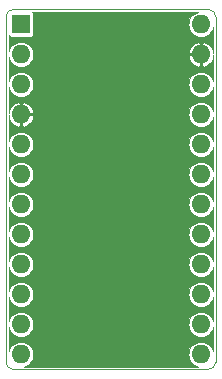
<source format=gbr>
%TF.GenerationSoftware,KiCad,Pcbnew,5.1.6+dfsg1-1~bpo10+1*%
%TF.CreationDate,2020-07-11T10:35:13+00:00*%
%TF.ProjectId,ProMicro_TEST,50726f4d-6963-4726-9f5f-544553542e6b,v1.0*%
%TF.SameCoordinates,Original*%
%TF.FileFunction,Copper,L2,Bot*%
%TF.FilePolarity,Positive*%
%FSLAX45Y45*%
G04 Gerber Fmt 4.5, Leading zero omitted, Abs format (unit mm)*
G04 Created by KiCad (PCBNEW 5.1.6+dfsg1-1~bpo10+1) date 2020-07-11 10:35:13*
%MOMM*%
%LPD*%
G01*
G04 APERTURE LIST*
%TA.AperFunction,Profile*%
%ADD10C,0.100000*%
%TD*%
%TA.AperFunction,ComponentPad*%
%ADD11O,1.600000X1.600000*%
%TD*%
%TA.AperFunction,ComponentPad*%
%ADD12R,1.600000X1.600000*%
%TD*%
%TA.AperFunction,Conductor*%
%ADD13C,0.125000*%
%TD*%
G04 APERTURE END LIST*
D10*
X127000Y2857500D02*
X127000Y-63500D01*
X-1651000Y-63500D02*
X-1651000Y2857500D01*
X-1587500Y-127000D02*
G75*
G02*
X-1651000Y-63500I0J63500D01*
G01*
X127000Y-63500D02*
G75*
G02*
X63500Y-127000I-63500J0D01*
G01*
X63500Y2921000D02*
G75*
G02*
X127000Y2857500I0J-63500D01*
G01*
X-1651000Y2857500D02*
G75*
G02*
X-1587500Y2921000I63500J0D01*
G01*
X63500Y-127000D02*
X-1587500Y-127000D01*
X-1587500Y2921000D02*
X63500Y2921000D01*
D11*
X0Y2794000D03*
X0Y2540000D03*
X0Y2286000D03*
X-1524000Y0D03*
X0Y2032000D03*
X-1524000Y254000D03*
X0Y1778000D03*
X-1524000Y508000D03*
X0Y1524000D03*
X-1524000Y762000D03*
X0Y1270000D03*
X-1524000Y1016000D03*
X0Y1016000D03*
X-1524000Y1270000D03*
X0Y762000D03*
X-1524000Y1524000D03*
X0Y508000D03*
X-1524000Y1778000D03*
X0Y254000D03*
X-1524000Y2032000D03*
X0Y0D03*
X-1524000Y2286000D03*
X-1524000Y2540000D03*
D12*
X-1524000Y2794000D03*
D13*
G36*
X-40857Y2892637D02*
G01*
X-59315Y2882771D01*
X-75494Y2869493D01*
X-88771Y2853315D01*
X-98637Y2834857D01*
X-104713Y2814829D01*
X-106764Y2794000D01*
X-104713Y2773171D01*
X-98637Y2753143D01*
X-88771Y2734685D01*
X-75494Y2718507D01*
X-59315Y2705229D01*
X-40857Y2695363D01*
X-20829Y2689287D01*
X-5219Y2687750D01*
X5219Y2687750D01*
X20829Y2689287D01*
X40857Y2695363D01*
X59315Y2705229D01*
X75494Y2718507D01*
X88771Y2734685D01*
X98637Y2753143D01*
X103250Y2768350D01*
X103250Y2548750D01*
X99303Y2548750D01*
X103217Y2565207D01*
X99826Y2576385D01*
X90810Y2595161D01*
X78303Y2611818D01*
X62788Y2625714D01*
X44859Y2636316D01*
X25207Y2643217D01*
X8750Y2639327D01*
X8750Y2548750D01*
X10750Y2548750D01*
X10750Y2531250D01*
X8750Y2531250D01*
X8750Y2440673D01*
X25207Y2436783D01*
X44859Y2443684D01*
X62788Y2454286D01*
X78303Y2468182D01*
X90810Y2484839D01*
X99826Y2503615D01*
X103217Y2514793D01*
X99303Y2531250D01*
X103250Y2531250D01*
X103250Y2311650D01*
X98637Y2326857D01*
X88771Y2345315D01*
X75494Y2361494D01*
X59315Y2374771D01*
X40857Y2384637D01*
X20829Y2390713D01*
X5219Y2392250D01*
X-5219Y2392250D01*
X-20829Y2390713D01*
X-40857Y2384637D01*
X-59315Y2374771D01*
X-75494Y2361494D01*
X-88771Y2345315D01*
X-98637Y2326857D01*
X-104713Y2306829D01*
X-106764Y2286000D01*
X-104713Y2265171D01*
X-98637Y2245143D01*
X-88771Y2226685D01*
X-75494Y2210507D01*
X-59315Y2197229D01*
X-40857Y2187363D01*
X-20829Y2181287D01*
X-5219Y2179750D01*
X5219Y2179750D01*
X20829Y2181287D01*
X40857Y2187363D01*
X59315Y2197229D01*
X75494Y2210507D01*
X88771Y2226685D01*
X98637Y2245143D01*
X103250Y2260350D01*
X103250Y2057650D01*
X98637Y2072857D01*
X88771Y2091315D01*
X75494Y2107494D01*
X59315Y2120771D01*
X40857Y2130637D01*
X20829Y2136713D01*
X5219Y2138250D01*
X-5219Y2138250D01*
X-20829Y2136713D01*
X-40857Y2130637D01*
X-59315Y2120771D01*
X-75494Y2107494D01*
X-88771Y2091315D01*
X-98637Y2072857D01*
X-104713Y2052829D01*
X-106764Y2032000D01*
X-104713Y2011171D01*
X-98637Y1991143D01*
X-88771Y1972685D01*
X-75494Y1956506D01*
X-59315Y1943229D01*
X-40857Y1933363D01*
X-20829Y1927287D01*
X-5219Y1925750D01*
X5219Y1925750D01*
X20829Y1927287D01*
X40857Y1933363D01*
X59315Y1943229D01*
X75494Y1956506D01*
X88771Y1972685D01*
X98637Y1991143D01*
X103250Y2006350D01*
X103250Y1803650D01*
X98637Y1818857D01*
X88771Y1837315D01*
X75494Y1853493D01*
X59315Y1866771D01*
X40857Y1876637D01*
X20829Y1882713D01*
X5219Y1884250D01*
X-5219Y1884250D01*
X-20829Y1882713D01*
X-40857Y1876637D01*
X-59315Y1866771D01*
X-75494Y1853493D01*
X-88771Y1837315D01*
X-98637Y1818857D01*
X-104713Y1798829D01*
X-106764Y1778000D01*
X-104713Y1757171D01*
X-98637Y1737143D01*
X-88771Y1718685D01*
X-75494Y1702506D01*
X-59315Y1689229D01*
X-40857Y1679363D01*
X-20829Y1673287D01*
X-5219Y1671750D01*
X5219Y1671750D01*
X20829Y1673287D01*
X40857Y1679363D01*
X59315Y1689229D01*
X75494Y1702506D01*
X88771Y1718685D01*
X98637Y1737143D01*
X103250Y1752350D01*
X103250Y1549650D01*
X98637Y1564857D01*
X88771Y1583315D01*
X75494Y1599493D01*
X59315Y1612771D01*
X40857Y1622637D01*
X20829Y1628713D01*
X5219Y1630250D01*
X-5219Y1630250D01*
X-20829Y1628713D01*
X-40857Y1622637D01*
X-59315Y1612771D01*
X-75494Y1599493D01*
X-88771Y1583315D01*
X-98637Y1564857D01*
X-104713Y1544829D01*
X-106764Y1524000D01*
X-104713Y1503171D01*
X-98637Y1483143D01*
X-88771Y1464685D01*
X-75494Y1448506D01*
X-59315Y1435229D01*
X-40857Y1425363D01*
X-20829Y1419287D01*
X-5219Y1417750D01*
X5219Y1417750D01*
X20829Y1419287D01*
X40857Y1425363D01*
X59315Y1435229D01*
X75494Y1448506D01*
X88771Y1464685D01*
X98637Y1483143D01*
X103250Y1498350D01*
X103250Y1295650D01*
X98637Y1310857D01*
X88771Y1329315D01*
X75494Y1345494D01*
X59315Y1358771D01*
X40857Y1368637D01*
X20829Y1374713D01*
X5219Y1376250D01*
X-5219Y1376250D01*
X-20829Y1374713D01*
X-40857Y1368637D01*
X-59315Y1358771D01*
X-75494Y1345494D01*
X-88771Y1329315D01*
X-98637Y1310857D01*
X-104713Y1290829D01*
X-106764Y1270000D01*
X-104713Y1249171D01*
X-98637Y1229143D01*
X-88771Y1210685D01*
X-75494Y1194507D01*
X-59315Y1181229D01*
X-40857Y1171363D01*
X-20829Y1165287D01*
X-5219Y1163750D01*
X5219Y1163750D01*
X20829Y1165287D01*
X40857Y1171363D01*
X59315Y1181229D01*
X75494Y1194507D01*
X88771Y1210685D01*
X98637Y1229143D01*
X103250Y1244350D01*
X103250Y1041650D01*
X98637Y1056857D01*
X88771Y1075315D01*
X75494Y1091494D01*
X59315Y1104771D01*
X40857Y1114637D01*
X20829Y1120713D01*
X5219Y1122250D01*
X-5219Y1122250D01*
X-20829Y1120713D01*
X-40857Y1114637D01*
X-59315Y1104771D01*
X-75494Y1091494D01*
X-88771Y1075315D01*
X-98637Y1056857D01*
X-104713Y1036829D01*
X-106764Y1016000D01*
X-104713Y995171D01*
X-98637Y975143D01*
X-88771Y956685D01*
X-75494Y940506D01*
X-59315Y927229D01*
X-40857Y917363D01*
X-20829Y911287D01*
X-5219Y909750D01*
X5219Y909750D01*
X20829Y911287D01*
X40857Y917363D01*
X59315Y927229D01*
X75494Y940506D01*
X88771Y956685D01*
X98637Y975143D01*
X103250Y990350D01*
X103250Y787650D01*
X98637Y802857D01*
X88771Y821315D01*
X75494Y837493D01*
X59315Y850771D01*
X40857Y860637D01*
X20829Y866713D01*
X5219Y868250D01*
X-5219Y868250D01*
X-20829Y866713D01*
X-40857Y860637D01*
X-59315Y850771D01*
X-75494Y837493D01*
X-88771Y821315D01*
X-98637Y802857D01*
X-104713Y782829D01*
X-106764Y762000D01*
X-104713Y741171D01*
X-98637Y721143D01*
X-88771Y702685D01*
X-75494Y686507D01*
X-59315Y673229D01*
X-40857Y663363D01*
X-20829Y657287D01*
X-5219Y655750D01*
X5219Y655750D01*
X20829Y657287D01*
X40857Y663363D01*
X59315Y673229D01*
X75494Y686507D01*
X88771Y702685D01*
X98637Y721143D01*
X103250Y736350D01*
X103250Y533650D01*
X98637Y548857D01*
X88771Y567315D01*
X75494Y583494D01*
X59315Y596771D01*
X40857Y606637D01*
X20829Y612713D01*
X5219Y614250D01*
X-5219Y614250D01*
X-20829Y612713D01*
X-40857Y606637D01*
X-59315Y596771D01*
X-75494Y583494D01*
X-88771Y567315D01*
X-98637Y548857D01*
X-104713Y528829D01*
X-106764Y508000D01*
X-104713Y487171D01*
X-98637Y467143D01*
X-88771Y448685D01*
X-75494Y432506D01*
X-59315Y419229D01*
X-40857Y409363D01*
X-20829Y403287D01*
X-5219Y401750D01*
X5219Y401750D01*
X20829Y403287D01*
X40857Y409363D01*
X59315Y419229D01*
X75494Y432506D01*
X88771Y448685D01*
X98637Y467143D01*
X103250Y482350D01*
X103250Y279650D01*
X98637Y294857D01*
X88771Y313315D01*
X75494Y329494D01*
X59315Y342771D01*
X40857Y352637D01*
X20829Y358713D01*
X5219Y360250D01*
X-5219Y360250D01*
X-20829Y358713D01*
X-40857Y352637D01*
X-59315Y342771D01*
X-75494Y329494D01*
X-88771Y313315D01*
X-98637Y294857D01*
X-104713Y274829D01*
X-106764Y254000D01*
X-104713Y233171D01*
X-98637Y213143D01*
X-88771Y194685D01*
X-75494Y178506D01*
X-59315Y165229D01*
X-40857Y155363D01*
X-20829Y149287D01*
X-5219Y147750D01*
X5219Y147750D01*
X20829Y149287D01*
X40857Y155363D01*
X59315Y165229D01*
X75494Y178506D01*
X88771Y194685D01*
X98637Y213143D01*
X103250Y228350D01*
X103250Y25650D01*
X98637Y40857D01*
X88771Y59315D01*
X75494Y75494D01*
X59315Y88771D01*
X40857Y98637D01*
X20829Y104713D01*
X5219Y106250D01*
X-5219Y106250D01*
X-20829Y104713D01*
X-40857Y98637D01*
X-59315Y88771D01*
X-75494Y75494D01*
X-88771Y59315D01*
X-98637Y40857D01*
X-104713Y20829D01*
X-106764Y0D01*
X-104713Y-20829D01*
X-98637Y-40857D01*
X-88771Y-59315D01*
X-75494Y-75494D01*
X-59315Y-88771D01*
X-40857Y-98637D01*
X-25650Y-103250D01*
X-1498350Y-103250D01*
X-1483143Y-98637D01*
X-1464685Y-88771D01*
X-1448506Y-75494D01*
X-1435229Y-59315D01*
X-1425363Y-40857D01*
X-1419287Y-20829D01*
X-1417236Y0D01*
X-1419287Y20829D01*
X-1425363Y40857D01*
X-1435229Y59315D01*
X-1448506Y75494D01*
X-1464685Y88771D01*
X-1483143Y98637D01*
X-1503171Y104713D01*
X-1518781Y106250D01*
X-1529219Y106250D01*
X-1544829Y104713D01*
X-1564857Y98637D01*
X-1583315Y88771D01*
X-1599493Y75494D01*
X-1612771Y59315D01*
X-1622637Y40857D01*
X-1627250Y25650D01*
X-1627250Y228350D01*
X-1622637Y213143D01*
X-1612771Y194685D01*
X-1599493Y178506D01*
X-1583315Y165229D01*
X-1564857Y155363D01*
X-1544829Y149287D01*
X-1529219Y147750D01*
X-1518781Y147750D01*
X-1503171Y149287D01*
X-1483143Y155363D01*
X-1464685Y165229D01*
X-1448506Y178506D01*
X-1435229Y194685D01*
X-1425363Y213143D01*
X-1419287Y233171D01*
X-1417236Y254000D01*
X-1419287Y274829D01*
X-1425363Y294857D01*
X-1435229Y313315D01*
X-1448506Y329494D01*
X-1464685Y342771D01*
X-1483143Y352637D01*
X-1503171Y358713D01*
X-1518781Y360250D01*
X-1529219Y360250D01*
X-1544829Y358713D01*
X-1564857Y352637D01*
X-1583315Y342771D01*
X-1599493Y329494D01*
X-1612771Y313315D01*
X-1622637Y294857D01*
X-1627250Y279650D01*
X-1627250Y482350D01*
X-1622637Y467143D01*
X-1612771Y448685D01*
X-1599493Y432506D01*
X-1583315Y419229D01*
X-1564857Y409363D01*
X-1544829Y403287D01*
X-1529219Y401750D01*
X-1518781Y401750D01*
X-1503171Y403287D01*
X-1483143Y409363D01*
X-1464685Y419229D01*
X-1448506Y432506D01*
X-1435229Y448685D01*
X-1425363Y467143D01*
X-1419287Y487171D01*
X-1417236Y508000D01*
X-1419287Y528829D01*
X-1425363Y548857D01*
X-1435229Y567315D01*
X-1448506Y583494D01*
X-1464685Y596771D01*
X-1483143Y606637D01*
X-1503171Y612713D01*
X-1518781Y614250D01*
X-1529219Y614250D01*
X-1544829Y612713D01*
X-1564857Y606637D01*
X-1583315Y596771D01*
X-1599493Y583494D01*
X-1612771Y567315D01*
X-1622637Y548857D01*
X-1627250Y533650D01*
X-1627250Y736350D01*
X-1622637Y721143D01*
X-1612771Y702685D01*
X-1599493Y686507D01*
X-1583315Y673229D01*
X-1564857Y663363D01*
X-1544829Y657287D01*
X-1529219Y655750D01*
X-1518781Y655750D01*
X-1503171Y657287D01*
X-1483143Y663363D01*
X-1464685Y673229D01*
X-1448506Y686507D01*
X-1435229Y702685D01*
X-1425363Y721143D01*
X-1419287Y741171D01*
X-1417236Y762000D01*
X-1419287Y782829D01*
X-1425363Y802857D01*
X-1435229Y821315D01*
X-1448506Y837493D01*
X-1464685Y850771D01*
X-1483143Y860637D01*
X-1503171Y866713D01*
X-1518781Y868250D01*
X-1529219Y868250D01*
X-1544829Y866713D01*
X-1564857Y860637D01*
X-1583315Y850771D01*
X-1599493Y837493D01*
X-1612771Y821315D01*
X-1622637Y802857D01*
X-1627250Y787650D01*
X-1627250Y990350D01*
X-1622637Y975143D01*
X-1612771Y956685D01*
X-1599493Y940506D01*
X-1583315Y927229D01*
X-1564857Y917363D01*
X-1544829Y911287D01*
X-1529219Y909750D01*
X-1518781Y909750D01*
X-1503171Y911287D01*
X-1483143Y917363D01*
X-1464685Y927229D01*
X-1448506Y940506D01*
X-1435229Y956685D01*
X-1425363Y975143D01*
X-1419287Y995171D01*
X-1417236Y1016000D01*
X-1419287Y1036829D01*
X-1425363Y1056857D01*
X-1435229Y1075315D01*
X-1448506Y1091494D01*
X-1464685Y1104771D01*
X-1483143Y1114637D01*
X-1503171Y1120713D01*
X-1518781Y1122250D01*
X-1529219Y1122250D01*
X-1544829Y1120713D01*
X-1564857Y1114637D01*
X-1583315Y1104771D01*
X-1599493Y1091494D01*
X-1612771Y1075315D01*
X-1622637Y1056857D01*
X-1627250Y1041650D01*
X-1627250Y1244350D01*
X-1622637Y1229143D01*
X-1612771Y1210685D01*
X-1599493Y1194507D01*
X-1583315Y1181229D01*
X-1564857Y1171363D01*
X-1544829Y1165287D01*
X-1529219Y1163750D01*
X-1518781Y1163750D01*
X-1503171Y1165287D01*
X-1483143Y1171363D01*
X-1464685Y1181229D01*
X-1448506Y1194507D01*
X-1435229Y1210685D01*
X-1425363Y1229143D01*
X-1419287Y1249171D01*
X-1417236Y1270000D01*
X-1419287Y1290829D01*
X-1425363Y1310857D01*
X-1435229Y1329315D01*
X-1448506Y1345494D01*
X-1464685Y1358771D01*
X-1483143Y1368637D01*
X-1503171Y1374713D01*
X-1518781Y1376250D01*
X-1529219Y1376250D01*
X-1544829Y1374713D01*
X-1564857Y1368637D01*
X-1583315Y1358771D01*
X-1599493Y1345494D01*
X-1612771Y1329315D01*
X-1622637Y1310857D01*
X-1627250Y1295650D01*
X-1627250Y1498350D01*
X-1622637Y1483143D01*
X-1612771Y1464685D01*
X-1599493Y1448506D01*
X-1583315Y1435229D01*
X-1564857Y1425363D01*
X-1544829Y1419287D01*
X-1529219Y1417750D01*
X-1518781Y1417750D01*
X-1503171Y1419287D01*
X-1483143Y1425363D01*
X-1464685Y1435229D01*
X-1448506Y1448506D01*
X-1435229Y1464685D01*
X-1425363Y1483143D01*
X-1419287Y1503171D01*
X-1417236Y1524000D01*
X-1419287Y1544829D01*
X-1425363Y1564857D01*
X-1435229Y1583315D01*
X-1448506Y1599493D01*
X-1464685Y1612771D01*
X-1483143Y1622637D01*
X-1503171Y1628713D01*
X-1518781Y1630250D01*
X-1529219Y1630250D01*
X-1544829Y1628713D01*
X-1564857Y1622637D01*
X-1583315Y1612771D01*
X-1599493Y1599493D01*
X-1612771Y1583315D01*
X-1622637Y1564857D01*
X-1627250Y1549650D01*
X-1627250Y1752350D01*
X-1622637Y1737143D01*
X-1612771Y1718685D01*
X-1599493Y1702506D01*
X-1583315Y1689229D01*
X-1564857Y1679363D01*
X-1544829Y1673287D01*
X-1529219Y1671750D01*
X-1518781Y1671750D01*
X-1503171Y1673287D01*
X-1483143Y1679363D01*
X-1464685Y1689229D01*
X-1448506Y1702506D01*
X-1435229Y1718685D01*
X-1425363Y1737143D01*
X-1419287Y1757171D01*
X-1417236Y1778000D01*
X-1419287Y1798829D01*
X-1425363Y1818857D01*
X-1435229Y1837315D01*
X-1448506Y1853493D01*
X-1464685Y1866771D01*
X-1483143Y1876637D01*
X-1503171Y1882713D01*
X-1518781Y1884250D01*
X-1529219Y1884250D01*
X-1544829Y1882713D01*
X-1564857Y1876637D01*
X-1583315Y1866771D01*
X-1599493Y1853493D01*
X-1612771Y1837315D01*
X-1622637Y1818857D01*
X-1627250Y1803650D01*
X-1627250Y2023250D01*
X-1623303Y2023250D01*
X-1627217Y2006793D01*
X-1623826Y1995615D01*
X-1614810Y1976839D01*
X-1602303Y1960182D01*
X-1586788Y1946286D01*
X-1568859Y1935684D01*
X-1549207Y1928783D01*
X-1532750Y1932673D01*
X-1532750Y2023250D01*
X-1515250Y2023250D01*
X-1515250Y1932673D01*
X-1498793Y1928783D01*
X-1479141Y1935684D01*
X-1461212Y1946286D01*
X-1445697Y1960182D01*
X-1433190Y1976839D01*
X-1424174Y1995615D01*
X-1420783Y2006793D01*
X-1424697Y2023250D01*
X-1515250Y2023250D01*
X-1532750Y2023250D01*
X-1534750Y2023250D01*
X-1534750Y2040750D01*
X-1532750Y2040750D01*
X-1532750Y2131327D01*
X-1515250Y2131327D01*
X-1515250Y2040750D01*
X-1424697Y2040750D01*
X-1420783Y2057207D01*
X-1424174Y2068385D01*
X-1433190Y2087161D01*
X-1445697Y2103818D01*
X-1461212Y2117714D01*
X-1479141Y2128316D01*
X-1498793Y2135217D01*
X-1515250Y2131327D01*
X-1532750Y2131327D01*
X-1549207Y2135217D01*
X-1568859Y2128316D01*
X-1586788Y2117714D01*
X-1602303Y2103818D01*
X-1614810Y2087161D01*
X-1623826Y2068385D01*
X-1627217Y2057207D01*
X-1623303Y2040750D01*
X-1627250Y2040750D01*
X-1627250Y2260350D01*
X-1622637Y2245143D01*
X-1612771Y2226685D01*
X-1599493Y2210507D01*
X-1583315Y2197229D01*
X-1564857Y2187363D01*
X-1544829Y2181287D01*
X-1529219Y2179750D01*
X-1518781Y2179750D01*
X-1503171Y2181287D01*
X-1483143Y2187363D01*
X-1464685Y2197229D01*
X-1448506Y2210507D01*
X-1435229Y2226685D01*
X-1425363Y2245143D01*
X-1419287Y2265171D01*
X-1417236Y2286000D01*
X-1419287Y2306829D01*
X-1425363Y2326857D01*
X-1435229Y2345315D01*
X-1448506Y2361494D01*
X-1464685Y2374771D01*
X-1483143Y2384637D01*
X-1503171Y2390713D01*
X-1518781Y2392250D01*
X-1529219Y2392250D01*
X-1544829Y2390713D01*
X-1564857Y2384637D01*
X-1583315Y2374771D01*
X-1599493Y2361494D01*
X-1612771Y2345315D01*
X-1622637Y2326857D01*
X-1627250Y2311650D01*
X-1627250Y2514350D01*
X-1622637Y2499143D01*
X-1612771Y2480685D01*
X-1599493Y2464507D01*
X-1583315Y2451229D01*
X-1564857Y2441363D01*
X-1544829Y2435287D01*
X-1529219Y2433750D01*
X-1518781Y2433750D01*
X-1503171Y2435287D01*
X-1483143Y2441363D01*
X-1464685Y2451229D01*
X-1448506Y2464507D01*
X-1435229Y2480685D01*
X-1425363Y2499143D01*
X-1420616Y2514793D01*
X-103217Y2514793D01*
X-99826Y2503615D01*
X-90810Y2484839D01*
X-78303Y2468182D01*
X-62788Y2454286D01*
X-44859Y2443684D01*
X-25207Y2436783D01*
X-8750Y2440673D01*
X-8750Y2531250D01*
X-99303Y2531250D01*
X-103217Y2514793D01*
X-1420616Y2514793D01*
X-1419287Y2519171D01*
X-1417236Y2540000D01*
X-1419287Y2560829D01*
X-1420615Y2565207D01*
X-103217Y2565207D01*
X-99303Y2548750D01*
X-8750Y2548750D01*
X-8750Y2639327D01*
X-25207Y2643217D01*
X-44859Y2636316D01*
X-62788Y2625714D01*
X-78303Y2611818D01*
X-90810Y2595161D01*
X-99826Y2576385D01*
X-103217Y2565207D01*
X-1420615Y2565207D01*
X-1425363Y2580857D01*
X-1435229Y2599315D01*
X-1448506Y2615494D01*
X-1464685Y2628771D01*
X-1483143Y2638637D01*
X-1503171Y2644713D01*
X-1518781Y2646250D01*
X-1529219Y2646250D01*
X-1544829Y2644713D01*
X-1564857Y2638637D01*
X-1583315Y2628771D01*
X-1599493Y2615494D01*
X-1612771Y2599315D01*
X-1622637Y2580857D01*
X-1627250Y2565650D01*
X-1627250Y2701812D01*
X-1625932Y2699346D01*
X-1622651Y2695349D01*
X-1618654Y2692068D01*
X-1614094Y2689631D01*
X-1609146Y2688130D01*
X-1604000Y2687623D01*
X-1444000Y2687623D01*
X-1438854Y2688130D01*
X-1433906Y2689631D01*
X-1429346Y2692068D01*
X-1425349Y2695349D01*
X-1422068Y2699346D01*
X-1419631Y2703906D01*
X-1418130Y2708854D01*
X-1417623Y2714000D01*
X-1417623Y2874000D01*
X-1418130Y2879146D01*
X-1419631Y2884094D01*
X-1422068Y2888654D01*
X-1425349Y2892651D01*
X-1429346Y2895932D01*
X-1431812Y2897250D01*
X-25650Y2897250D01*
X-40857Y2892637D01*
G37*
X-40857Y2892637D02*
X-59315Y2882771D01*
X-75494Y2869493D01*
X-88771Y2853315D01*
X-98637Y2834857D01*
X-104713Y2814829D01*
X-106764Y2794000D01*
X-104713Y2773171D01*
X-98637Y2753143D01*
X-88771Y2734685D01*
X-75494Y2718507D01*
X-59315Y2705229D01*
X-40857Y2695363D01*
X-20829Y2689287D01*
X-5219Y2687750D01*
X5219Y2687750D01*
X20829Y2689287D01*
X40857Y2695363D01*
X59315Y2705229D01*
X75494Y2718507D01*
X88771Y2734685D01*
X98637Y2753143D01*
X103250Y2768350D01*
X103250Y2548750D01*
X99303Y2548750D01*
X103217Y2565207D01*
X99826Y2576385D01*
X90810Y2595161D01*
X78303Y2611818D01*
X62788Y2625714D01*
X44859Y2636316D01*
X25207Y2643217D01*
X8750Y2639327D01*
X8750Y2548750D01*
X10750Y2548750D01*
X10750Y2531250D01*
X8750Y2531250D01*
X8750Y2440673D01*
X25207Y2436783D01*
X44859Y2443684D01*
X62788Y2454286D01*
X78303Y2468182D01*
X90810Y2484839D01*
X99826Y2503615D01*
X103217Y2514793D01*
X99303Y2531250D01*
X103250Y2531250D01*
X103250Y2311650D01*
X98637Y2326857D01*
X88771Y2345315D01*
X75494Y2361494D01*
X59315Y2374771D01*
X40857Y2384637D01*
X20829Y2390713D01*
X5219Y2392250D01*
X-5219Y2392250D01*
X-20829Y2390713D01*
X-40857Y2384637D01*
X-59315Y2374771D01*
X-75494Y2361494D01*
X-88771Y2345315D01*
X-98637Y2326857D01*
X-104713Y2306829D01*
X-106764Y2286000D01*
X-104713Y2265171D01*
X-98637Y2245143D01*
X-88771Y2226685D01*
X-75494Y2210507D01*
X-59315Y2197229D01*
X-40857Y2187363D01*
X-20829Y2181287D01*
X-5219Y2179750D01*
X5219Y2179750D01*
X20829Y2181287D01*
X40857Y2187363D01*
X59315Y2197229D01*
X75494Y2210507D01*
X88771Y2226685D01*
X98637Y2245143D01*
X103250Y2260350D01*
X103250Y2057650D01*
X98637Y2072857D01*
X88771Y2091315D01*
X75494Y2107494D01*
X59315Y2120771D01*
X40857Y2130637D01*
X20829Y2136713D01*
X5219Y2138250D01*
X-5219Y2138250D01*
X-20829Y2136713D01*
X-40857Y2130637D01*
X-59315Y2120771D01*
X-75494Y2107494D01*
X-88771Y2091315D01*
X-98637Y2072857D01*
X-104713Y2052829D01*
X-106764Y2032000D01*
X-104713Y2011171D01*
X-98637Y1991143D01*
X-88771Y1972685D01*
X-75494Y1956506D01*
X-59315Y1943229D01*
X-40857Y1933363D01*
X-20829Y1927287D01*
X-5219Y1925750D01*
X5219Y1925750D01*
X20829Y1927287D01*
X40857Y1933363D01*
X59315Y1943229D01*
X75494Y1956506D01*
X88771Y1972685D01*
X98637Y1991143D01*
X103250Y2006350D01*
X103250Y1803650D01*
X98637Y1818857D01*
X88771Y1837315D01*
X75494Y1853493D01*
X59315Y1866771D01*
X40857Y1876637D01*
X20829Y1882713D01*
X5219Y1884250D01*
X-5219Y1884250D01*
X-20829Y1882713D01*
X-40857Y1876637D01*
X-59315Y1866771D01*
X-75494Y1853493D01*
X-88771Y1837315D01*
X-98637Y1818857D01*
X-104713Y1798829D01*
X-106764Y1778000D01*
X-104713Y1757171D01*
X-98637Y1737143D01*
X-88771Y1718685D01*
X-75494Y1702506D01*
X-59315Y1689229D01*
X-40857Y1679363D01*
X-20829Y1673287D01*
X-5219Y1671750D01*
X5219Y1671750D01*
X20829Y1673287D01*
X40857Y1679363D01*
X59315Y1689229D01*
X75494Y1702506D01*
X88771Y1718685D01*
X98637Y1737143D01*
X103250Y1752350D01*
X103250Y1549650D01*
X98637Y1564857D01*
X88771Y1583315D01*
X75494Y1599493D01*
X59315Y1612771D01*
X40857Y1622637D01*
X20829Y1628713D01*
X5219Y1630250D01*
X-5219Y1630250D01*
X-20829Y1628713D01*
X-40857Y1622637D01*
X-59315Y1612771D01*
X-75494Y1599493D01*
X-88771Y1583315D01*
X-98637Y1564857D01*
X-104713Y1544829D01*
X-106764Y1524000D01*
X-104713Y1503171D01*
X-98637Y1483143D01*
X-88771Y1464685D01*
X-75494Y1448506D01*
X-59315Y1435229D01*
X-40857Y1425363D01*
X-20829Y1419287D01*
X-5219Y1417750D01*
X5219Y1417750D01*
X20829Y1419287D01*
X40857Y1425363D01*
X59315Y1435229D01*
X75494Y1448506D01*
X88771Y1464685D01*
X98637Y1483143D01*
X103250Y1498350D01*
X103250Y1295650D01*
X98637Y1310857D01*
X88771Y1329315D01*
X75494Y1345494D01*
X59315Y1358771D01*
X40857Y1368637D01*
X20829Y1374713D01*
X5219Y1376250D01*
X-5219Y1376250D01*
X-20829Y1374713D01*
X-40857Y1368637D01*
X-59315Y1358771D01*
X-75494Y1345494D01*
X-88771Y1329315D01*
X-98637Y1310857D01*
X-104713Y1290829D01*
X-106764Y1270000D01*
X-104713Y1249171D01*
X-98637Y1229143D01*
X-88771Y1210685D01*
X-75494Y1194507D01*
X-59315Y1181229D01*
X-40857Y1171363D01*
X-20829Y1165287D01*
X-5219Y1163750D01*
X5219Y1163750D01*
X20829Y1165287D01*
X40857Y1171363D01*
X59315Y1181229D01*
X75494Y1194507D01*
X88771Y1210685D01*
X98637Y1229143D01*
X103250Y1244350D01*
X103250Y1041650D01*
X98637Y1056857D01*
X88771Y1075315D01*
X75494Y1091494D01*
X59315Y1104771D01*
X40857Y1114637D01*
X20829Y1120713D01*
X5219Y1122250D01*
X-5219Y1122250D01*
X-20829Y1120713D01*
X-40857Y1114637D01*
X-59315Y1104771D01*
X-75494Y1091494D01*
X-88771Y1075315D01*
X-98637Y1056857D01*
X-104713Y1036829D01*
X-106764Y1016000D01*
X-104713Y995171D01*
X-98637Y975143D01*
X-88771Y956685D01*
X-75494Y940506D01*
X-59315Y927229D01*
X-40857Y917363D01*
X-20829Y911287D01*
X-5219Y909750D01*
X5219Y909750D01*
X20829Y911287D01*
X40857Y917363D01*
X59315Y927229D01*
X75494Y940506D01*
X88771Y956685D01*
X98637Y975143D01*
X103250Y990350D01*
X103250Y787650D01*
X98637Y802857D01*
X88771Y821315D01*
X75494Y837493D01*
X59315Y850771D01*
X40857Y860637D01*
X20829Y866713D01*
X5219Y868250D01*
X-5219Y868250D01*
X-20829Y866713D01*
X-40857Y860637D01*
X-59315Y850771D01*
X-75494Y837493D01*
X-88771Y821315D01*
X-98637Y802857D01*
X-104713Y782829D01*
X-106764Y762000D01*
X-104713Y741171D01*
X-98637Y721143D01*
X-88771Y702685D01*
X-75494Y686507D01*
X-59315Y673229D01*
X-40857Y663363D01*
X-20829Y657287D01*
X-5219Y655750D01*
X5219Y655750D01*
X20829Y657287D01*
X40857Y663363D01*
X59315Y673229D01*
X75494Y686507D01*
X88771Y702685D01*
X98637Y721143D01*
X103250Y736350D01*
X103250Y533650D01*
X98637Y548857D01*
X88771Y567315D01*
X75494Y583494D01*
X59315Y596771D01*
X40857Y606637D01*
X20829Y612713D01*
X5219Y614250D01*
X-5219Y614250D01*
X-20829Y612713D01*
X-40857Y606637D01*
X-59315Y596771D01*
X-75494Y583494D01*
X-88771Y567315D01*
X-98637Y548857D01*
X-104713Y528829D01*
X-106764Y508000D01*
X-104713Y487171D01*
X-98637Y467143D01*
X-88771Y448685D01*
X-75494Y432506D01*
X-59315Y419229D01*
X-40857Y409363D01*
X-20829Y403287D01*
X-5219Y401750D01*
X5219Y401750D01*
X20829Y403287D01*
X40857Y409363D01*
X59315Y419229D01*
X75494Y432506D01*
X88771Y448685D01*
X98637Y467143D01*
X103250Y482350D01*
X103250Y279650D01*
X98637Y294857D01*
X88771Y313315D01*
X75494Y329494D01*
X59315Y342771D01*
X40857Y352637D01*
X20829Y358713D01*
X5219Y360250D01*
X-5219Y360250D01*
X-20829Y358713D01*
X-40857Y352637D01*
X-59315Y342771D01*
X-75494Y329494D01*
X-88771Y313315D01*
X-98637Y294857D01*
X-104713Y274829D01*
X-106764Y254000D01*
X-104713Y233171D01*
X-98637Y213143D01*
X-88771Y194685D01*
X-75494Y178506D01*
X-59315Y165229D01*
X-40857Y155363D01*
X-20829Y149287D01*
X-5219Y147750D01*
X5219Y147750D01*
X20829Y149287D01*
X40857Y155363D01*
X59315Y165229D01*
X75494Y178506D01*
X88771Y194685D01*
X98637Y213143D01*
X103250Y228350D01*
X103250Y25650D01*
X98637Y40857D01*
X88771Y59315D01*
X75494Y75494D01*
X59315Y88771D01*
X40857Y98637D01*
X20829Y104713D01*
X5219Y106250D01*
X-5219Y106250D01*
X-20829Y104713D01*
X-40857Y98637D01*
X-59315Y88771D01*
X-75494Y75494D01*
X-88771Y59315D01*
X-98637Y40857D01*
X-104713Y20829D01*
X-106764Y0D01*
X-104713Y-20829D01*
X-98637Y-40857D01*
X-88771Y-59315D01*
X-75494Y-75494D01*
X-59315Y-88771D01*
X-40857Y-98637D01*
X-25650Y-103250D01*
X-1498350Y-103250D01*
X-1483143Y-98637D01*
X-1464685Y-88771D01*
X-1448506Y-75494D01*
X-1435229Y-59315D01*
X-1425363Y-40857D01*
X-1419287Y-20829D01*
X-1417236Y0D01*
X-1419287Y20829D01*
X-1425363Y40857D01*
X-1435229Y59315D01*
X-1448506Y75494D01*
X-1464685Y88771D01*
X-1483143Y98637D01*
X-1503171Y104713D01*
X-1518781Y106250D01*
X-1529219Y106250D01*
X-1544829Y104713D01*
X-1564857Y98637D01*
X-1583315Y88771D01*
X-1599493Y75494D01*
X-1612771Y59315D01*
X-1622637Y40857D01*
X-1627250Y25650D01*
X-1627250Y228350D01*
X-1622637Y213143D01*
X-1612771Y194685D01*
X-1599493Y178506D01*
X-1583315Y165229D01*
X-1564857Y155363D01*
X-1544829Y149287D01*
X-1529219Y147750D01*
X-1518781Y147750D01*
X-1503171Y149287D01*
X-1483143Y155363D01*
X-1464685Y165229D01*
X-1448506Y178506D01*
X-1435229Y194685D01*
X-1425363Y213143D01*
X-1419287Y233171D01*
X-1417236Y254000D01*
X-1419287Y274829D01*
X-1425363Y294857D01*
X-1435229Y313315D01*
X-1448506Y329494D01*
X-1464685Y342771D01*
X-1483143Y352637D01*
X-1503171Y358713D01*
X-1518781Y360250D01*
X-1529219Y360250D01*
X-1544829Y358713D01*
X-1564857Y352637D01*
X-1583315Y342771D01*
X-1599493Y329494D01*
X-1612771Y313315D01*
X-1622637Y294857D01*
X-1627250Y279650D01*
X-1627250Y482350D01*
X-1622637Y467143D01*
X-1612771Y448685D01*
X-1599493Y432506D01*
X-1583315Y419229D01*
X-1564857Y409363D01*
X-1544829Y403287D01*
X-1529219Y401750D01*
X-1518781Y401750D01*
X-1503171Y403287D01*
X-1483143Y409363D01*
X-1464685Y419229D01*
X-1448506Y432506D01*
X-1435229Y448685D01*
X-1425363Y467143D01*
X-1419287Y487171D01*
X-1417236Y508000D01*
X-1419287Y528829D01*
X-1425363Y548857D01*
X-1435229Y567315D01*
X-1448506Y583494D01*
X-1464685Y596771D01*
X-1483143Y606637D01*
X-1503171Y612713D01*
X-1518781Y614250D01*
X-1529219Y614250D01*
X-1544829Y612713D01*
X-1564857Y606637D01*
X-1583315Y596771D01*
X-1599493Y583494D01*
X-1612771Y567315D01*
X-1622637Y548857D01*
X-1627250Y533650D01*
X-1627250Y736350D01*
X-1622637Y721143D01*
X-1612771Y702685D01*
X-1599493Y686507D01*
X-1583315Y673229D01*
X-1564857Y663363D01*
X-1544829Y657287D01*
X-1529219Y655750D01*
X-1518781Y655750D01*
X-1503171Y657287D01*
X-1483143Y663363D01*
X-1464685Y673229D01*
X-1448506Y686507D01*
X-1435229Y702685D01*
X-1425363Y721143D01*
X-1419287Y741171D01*
X-1417236Y762000D01*
X-1419287Y782829D01*
X-1425363Y802857D01*
X-1435229Y821315D01*
X-1448506Y837493D01*
X-1464685Y850771D01*
X-1483143Y860637D01*
X-1503171Y866713D01*
X-1518781Y868250D01*
X-1529219Y868250D01*
X-1544829Y866713D01*
X-1564857Y860637D01*
X-1583315Y850771D01*
X-1599493Y837493D01*
X-1612771Y821315D01*
X-1622637Y802857D01*
X-1627250Y787650D01*
X-1627250Y990350D01*
X-1622637Y975143D01*
X-1612771Y956685D01*
X-1599493Y940506D01*
X-1583315Y927229D01*
X-1564857Y917363D01*
X-1544829Y911287D01*
X-1529219Y909750D01*
X-1518781Y909750D01*
X-1503171Y911287D01*
X-1483143Y917363D01*
X-1464685Y927229D01*
X-1448506Y940506D01*
X-1435229Y956685D01*
X-1425363Y975143D01*
X-1419287Y995171D01*
X-1417236Y1016000D01*
X-1419287Y1036829D01*
X-1425363Y1056857D01*
X-1435229Y1075315D01*
X-1448506Y1091494D01*
X-1464685Y1104771D01*
X-1483143Y1114637D01*
X-1503171Y1120713D01*
X-1518781Y1122250D01*
X-1529219Y1122250D01*
X-1544829Y1120713D01*
X-1564857Y1114637D01*
X-1583315Y1104771D01*
X-1599493Y1091494D01*
X-1612771Y1075315D01*
X-1622637Y1056857D01*
X-1627250Y1041650D01*
X-1627250Y1244350D01*
X-1622637Y1229143D01*
X-1612771Y1210685D01*
X-1599493Y1194507D01*
X-1583315Y1181229D01*
X-1564857Y1171363D01*
X-1544829Y1165287D01*
X-1529219Y1163750D01*
X-1518781Y1163750D01*
X-1503171Y1165287D01*
X-1483143Y1171363D01*
X-1464685Y1181229D01*
X-1448506Y1194507D01*
X-1435229Y1210685D01*
X-1425363Y1229143D01*
X-1419287Y1249171D01*
X-1417236Y1270000D01*
X-1419287Y1290829D01*
X-1425363Y1310857D01*
X-1435229Y1329315D01*
X-1448506Y1345494D01*
X-1464685Y1358771D01*
X-1483143Y1368637D01*
X-1503171Y1374713D01*
X-1518781Y1376250D01*
X-1529219Y1376250D01*
X-1544829Y1374713D01*
X-1564857Y1368637D01*
X-1583315Y1358771D01*
X-1599493Y1345494D01*
X-1612771Y1329315D01*
X-1622637Y1310857D01*
X-1627250Y1295650D01*
X-1627250Y1498350D01*
X-1622637Y1483143D01*
X-1612771Y1464685D01*
X-1599493Y1448506D01*
X-1583315Y1435229D01*
X-1564857Y1425363D01*
X-1544829Y1419287D01*
X-1529219Y1417750D01*
X-1518781Y1417750D01*
X-1503171Y1419287D01*
X-1483143Y1425363D01*
X-1464685Y1435229D01*
X-1448506Y1448506D01*
X-1435229Y1464685D01*
X-1425363Y1483143D01*
X-1419287Y1503171D01*
X-1417236Y1524000D01*
X-1419287Y1544829D01*
X-1425363Y1564857D01*
X-1435229Y1583315D01*
X-1448506Y1599493D01*
X-1464685Y1612771D01*
X-1483143Y1622637D01*
X-1503171Y1628713D01*
X-1518781Y1630250D01*
X-1529219Y1630250D01*
X-1544829Y1628713D01*
X-1564857Y1622637D01*
X-1583315Y1612771D01*
X-1599493Y1599493D01*
X-1612771Y1583315D01*
X-1622637Y1564857D01*
X-1627250Y1549650D01*
X-1627250Y1752350D01*
X-1622637Y1737143D01*
X-1612771Y1718685D01*
X-1599493Y1702506D01*
X-1583315Y1689229D01*
X-1564857Y1679363D01*
X-1544829Y1673287D01*
X-1529219Y1671750D01*
X-1518781Y1671750D01*
X-1503171Y1673287D01*
X-1483143Y1679363D01*
X-1464685Y1689229D01*
X-1448506Y1702506D01*
X-1435229Y1718685D01*
X-1425363Y1737143D01*
X-1419287Y1757171D01*
X-1417236Y1778000D01*
X-1419287Y1798829D01*
X-1425363Y1818857D01*
X-1435229Y1837315D01*
X-1448506Y1853493D01*
X-1464685Y1866771D01*
X-1483143Y1876637D01*
X-1503171Y1882713D01*
X-1518781Y1884250D01*
X-1529219Y1884250D01*
X-1544829Y1882713D01*
X-1564857Y1876637D01*
X-1583315Y1866771D01*
X-1599493Y1853493D01*
X-1612771Y1837315D01*
X-1622637Y1818857D01*
X-1627250Y1803650D01*
X-1627250Y2023250D01*
X-1623303Y2023250D01*
X-1627217Y2006793D01*
X-1623826Y1995615D01*
X-1614810Y1976839D01*
X-1602303Y1960182D01*
X-1586788Y1946286D01*
X-1568859Y1935684D01*
X-1549207Y1928783D01*
X-1532750Y1932673D01*
X-1532750Y2023250D01*
X-1515250Y2023250D01*
X-1515250Y1932673D01*
X-1498793Y1928783D01*
X-1479141Y1935684D01*
X-1461212Y1946286D01*
X-1445697Y1960182D01*
X-1433190Y1976839D01*
X-1424174Y1995615D01*
X-1420783Y2006793D01*
X-1424697Y2023250D01*
X-1515250Y2023250D01*
X-1532750Y2023250D01*
X-1534750Y2023250D01*
X-1534750Y2040750D01*
X-1532750Y2040750D01*
X-1532750Y2131327D01*
X-1515250Y2131327D01*
X-1515250Y2040750D01*
X-1424697Y2040750D01*
X-1420783Y2057207D01*
X-1424174Y2068385D01*
X-1433190Y2087161D01*
X-1445697Y2103818D01*
X-1461212Y2117714D01*
X-1479141Y2128316D01*
X-1498793Y2135217D01*
X-1515250Y2131327D01*
X-1532750Y2131327D01*
X-1549207Y2135217D01*
X-1568859Y2128316D01*
X-1586788Y2117714D01*
X-1602303Y2103818D01*
X-1614810Y2087161D01*
X-1623826Y2068385D01*
X-1627217Y2057207D01*
X-1623303Y2040750D01*
X-1627250Y2040750D01*
X-1627250Y2260350D01*
X-1622637Y2245143D01*
X-1612771Y2226685D01*
X-1599493Y2210507D01*
X-1583315Y2197229D01*
X-1564857Y2187363D01*
X-1544829Y2181287D01*
X-1529219Y2179750D01*
X-1518781Y2179750D01*
X-1503171Y2181287D01*
X-1483143Y2187363D01*
X-1464685Y2197229D01*
X-1448506Y2210507D01*
X-1435229Y2226685D01*
X-1425363Y2245143D01*
X-1419287Y2265171D01*
X-1417236Y2286000D01*
X-1419287Y2306829D01*
X-1425363Y2326857D01*
X-1435229Y2345315D01*
X-1448506Y2361494D01*
X-1464685Y2374771D01*
X-1483143Y2384637D01*
X-1503171Y2390713D01*
X-1518781Y2392250D01*
X-1529219Y2392250D01*
X-1544829Y2390713D01*
X-1564857Y2384637D01*
X-1583315Y2374771D01*
X-1599493Y2361494D01*
X-1612771Y2345315D01*
X-1622637Y2326857D01*
X-1627250Y2311650D01*
X-1627250Y2514350D01*
X-1622637Y2499143D01*
X-1612771Y2480685D01*
X-1599493Y2464507D01*
X-1583315Y2451229D01*
X-1564857Y2441363D01*
X-1544829Y2435287D01*
X-1529219Y2433750D01*
X-1518781Y2433750D01*
X-1503171Y2435287D01*
X-1483143Y2441363D01*
X-1464685Y2451229D01*
X-1448506Y2464507D01*
X-1435229Y2480685D01*
X-1425363Y2499143D01*
X-1420616Y2514793D01*
X-103217Y2514793D01*
X-99826Y2503615D01*
X-90810Y2484839D01*
X-78303Y2468182D01*
X-62788Y2454286D01*
X-44859Y2443684D01*
X-25207Y2436783D01*
X-8750Y2440673D01*
X-8750Y2531250D01*
X-99303Y2531250D01*
X-103217Y2514793D01*
X-1420616Y2514793D01*
X-1419287Y2519171D01*
X-1417236Y2540000D01*
X-1419287Y2560829D01*
X-1420615Y2565207D01*
X-103217Y2565207D01*
X-99303Y2548750D01*
X-8750Y2548750D01*
X-8750Y2639327D01*
X-25207Y2643217D01*
X-44859Y2636316D01*
X-62788Y2625714D01*
X-78303Y2611818D01*
X-90810Y2595161D01*
X-99826Y2576385D01*
X-103217Y2565207D01*
X-1420615Y2565207D01*
X-1425363Y2580857D01*
X-1435229Y2599315D01*
X-1448506Y2615494D01*
X-1464685Y2628771D01*
X-1483143Y2638637D01*
X-1503171Y2644713D01*
X-1518781Y2646250D01*
X-1529219Y2646250D01*
X-1544829Y2644713D01*
X-1564857Y2638637D01*
X-1583315Y2628771D01*
X-1599493Y2615494D01*
X-1612771Y2599315D01*
X-1622637Y2580857D01*
X-1627250Y2565650D01*
X-1627250Y2701812D01*
X-1625932Y2699346D01*
X-1622651Y2695349D01*
X-1618654Y2692068D01*
X-1614094Y2689631D01*
X-1609146Y2688130D01*
X-1604000Y2687623D01*
X-1444000Y2687623D01*
X-1438854Y2688130D01*
X-1433906Y2689631D01*
X-1429346Y2692068D01*
X-1425349Y2695349D01*
X-1422068Y2699346D01*
X-1419631Y2703906D01*
X-1418130Y2708854D01*
X-1417623Y2714000D01*
X-1417623Y2874000D01*
X-1418130Y2879146D01*
X-1419631Y2884094D01*
X-1422068Y2888654D01*
X-1425349Y2892651D01*
X-1429346Y2895932D01*
X-1431812Y2897250D01*
X-25650Y2897250D01*
X-40857Y2892637D01*
M02*

</source>
